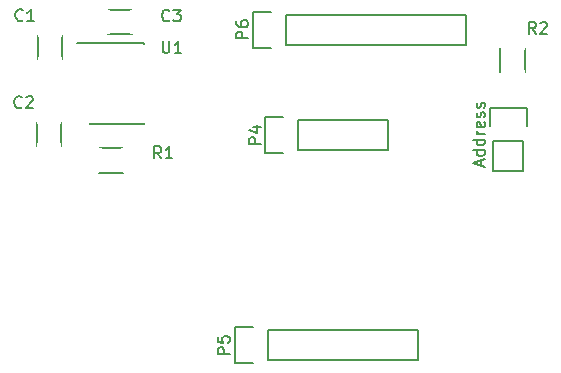
<source format=gto>
G04 #@! TF.FileFunction,Legend,Top*
%FSLAX46Y46*%
G04 Gerber Fmt 4.6, Leading zero omitted, Abs format (unit mm)*
G04 Created by KiCad (PCBNEW 4.0.4-stable) date 10/29/16 17:18:15*
%MOMM*%
%LPD*%
G01*
G04 APERTURE LIST*
%ADD10C,0.100000*%
%ADD11C,0.150000*%
%ADD12R,2.000000X2.400000*%
%ADD13R,2.400000X2.000000*%
%ADD14R,1.750000X1.750000*%
%ADD15C,1.750000*%
%ADD16R,2.432000X2.432000*%
%ADD17O,2.432000X2.432000*%
%ADD18R,2.127200X2.432000*%
%ADD19O,2.127200X2.432000*%
%ADD20R,2.400000X2.100000*%
%ADD21R,2.100000X2.400000*%
%ADD22R,1.400000X0.800000*%
G04 APERTURE END LIST*
D10*
D11*
X49869200Y-46897800D02*
X49869200Y-44897800D01*
X47819200Y-44897800D02*
X47819200Y-46897800D01*
X49775000Y-54250000D02*
X49775000Y-52250000D01*
X47725000Y-52250000D02*
X47725000Y-54250000D01*
X53750000Y-44775000D02*
X55750000Y-44775000D01*
X55750000Y-42725000D02*
X53750000Y-42725000D01*
X88900000Y-53848000D02*
X88900000Y-56388000D01*
X89180000Y-51028000D02*
X89180000Y-52578000D01*
X88900000Y-53848000D02*
X86360000Y-53848000D01*
X86080000Y-52578000D02*
X86080000Y-51028000D01*
X86080000Y-51028000D02*
X89180000Y-51028000D01*
X86360000Y-53848000D02*
X86360000Y-56388000D01*
X86360000Y-56388000D02*
X88900000Y-56388000D01*
X69850000Y-54610000D02*
X77470000Y-54610000D01*
X69850000Y-52070000D02*
X77470000Y-52070000D01*
X67030000Y-51790000D02*
X68580000Y-51790000D01*
X77470000Y-54610000D02*
X77470000Y-52070000D01*
X69850000Y-52070000D02*
X69850000Y-54610000D01*
X68580000Y-54890000D02*
X67030000Y-54890000D01*
X67030000Y-54890000D02*
X67030000Y-51790000D01*
X67310000Y-69850000D02*
X80010000Y-69850000D01*
X80010000Y-69850000D02*
X80010000Y-72390000D01*
X80010000Y-72390000D02*
X67310000Y-72390000D01*
X64490000Y-69570000D02*
X66040000Y-69570000D01*
X67310000Y-69850000D02*
X67310000Y-72390000D01*
X66040000Y-72670000D02*
X64490000Y-72670000D01*
X64490000Y-72670000D02*
X64490000Y-69570000D01*
X68834000Y-43180000D02*
X84074000Y-43180000D01*
X84074000Y-43180000D02*
X84074000Y-45720000D01*
X84074000Y-45720000D02*
X68834000Y-45720000D01*
X66014000Y-42900000D02*
X67564000Y-42900000D01*
X68834000Y-43180000D02*
X68834000Y-45720000D01*
X67564000Y-46000000D02*
X66014000Y-46000000D01*
X66014000Y-46000000D02*
X66014000Y-42900000D01*
X55000000Y-56575000D02*
X53000000Y-56575000D01*
X53000000Y-54425000D02*
X55000000Y-54425000D01*
X89075000Y-46000000D02*
X89075000Y-48000000D01*
X86925000Y-48000000D02*
X86925000Y-46000000D01*
X56825000Y-45550000D02*
X56825000Y-45650000D01*
X56825000Y-52375000D02*
X56825000Y-52350000D01*
X52175000Y-52375000D02*
X52175000Y-52350000D01*
X51100000Y-45550000D02*
X56825000Y-45550000D01*
X52175000Y-52375000D02*
X56825000Y-52375000D01*
X46518534Y-43613343D02*
X46470915Y-43660962D01*
X46328058Y-43708581D01*
X46232820Y-43708581D01*
X46089962Y-43660962D01*
X45994724Y-43565724D01*
X45947105Y-43470486D01*
X45899486Y-43280010D01*
X45899486Y-43137152D01*
X45947105Y-42946676D01*
X45994724Y-42851438D01*
X46089962Y-42756200D01*
X46232820Y-42708581D01*
X46328058Y-42708581D01*
X46470915Y-42756200D01*
X46518534Y-42803819D01*
X47470915Y-43708581D02*
X46899486Y-43708581D01*
X47185200Y-43708581D02*
X47185200Y-42708581D01*
X47089962Y-42851438D01*
X46994724Y-42946676D01*
X46899486Y-42994295D01*
X46416934Y-50979343D02*
X46369315Y-51026962D01*
X46226458Y-51074581D01*
X46131220Y-51074581D01*
X45988362Y-51026962D01*
X45893124Y-50931724D01*
X45845505Y-50836486D01*
X45797886Y-50646010D01*
X45797886Y-50503152D01*
X45845505Y-50312676D01*
X45893124Y-50217438D01*
X45988362Y-50122200D01*
X46131220Y-50074581D01*
X46226458Y-50074581D01*
X46369315Y-50122200D01*
X46416934Y-50169819D01*
X46797886Y-50169819D02*
X46845505Y-50122200D01*
X46940743Y-50074581D01*
X47178839Y-50074581D01*
X47274077Y-50122200D01*
X47321696Y-50169819D01*
X47369315Y-50265057D01*
X47369315Y-50360295D01*
X47321696Y-50503152D01*
X46750267Y-51074581D01*
X47369315Y-51074581D01*
X58939134Y-43638743D02*
X58891515Y-43686362D01*
X58748658Y-43733981D01*
X58653420Y-43733981D01*
X58510562Y-43686362D01*
X58415324Y-43591124D01*
X58367705Y-43495886D01*
X58320086Y-43305410D01*
X58320086Y-43162552D01*
X58367705Y-42972076D01*
X58415324Y-42876838D01*
X58510562Y-42781600D01*
X58653420Y-42733981D01*
X58748658Y-42733981D01*
X58891515Y-42781600D01*
X58939134Y-42829219D01*
X59272467Y-42733981D02*
X59891515Y-42733981D01*
X59558181Y-43114933D01*
X59701039Y-43114933D01*
X59796277Y-43162552D01*
X59843896Y-43210171D01*
X59891515Y-43305410D01*
X59891515Y-43543505D01*
X59843896Y-43638743D01*
X59796277Y-43686362D01*
X59701039Y-43733981D01*
X59415324Y-43733981D01*
X59320086Y-43686362D01*
X59272467Y-43638743D01*
X85332867Y-55979677D02*
X85332867Y-55503486D01*
X85618581Y-56074915D02*
X84618581Y-55741582D01*
X85618581Y-55408248D01*
X85618581Y-54646343D02*
X84618581Y-54646343D01*
X85570962Y-54646343D02*
X85618581Y-54741581D01*
X85618581Y-54932058D01*
X85570962Y-55027296D01*
X85523343Y-55074915D01*
X85428105Y-55122534D01*
X85142390Y-55122534D01*
X85047152Y-55074915D01*
X84999533Y-55027296D01*
X84951914Y-54932058D01*
X84951914Y-54741581D01*
X84999533Y-54646343D01*
X85618581Y-53741581D02*
X84618581Y-53741581D01*
X85570962Y-53741581D02*
X85618581Y-53836819D01*
X85618581Y-54027296D01*
X85570962Y-54122534D01*
X85523343Y-54170153D01*
X85428105Y-54217772D01*
X85142390Y-54217772D01*
X85047152Y-54170153D01*
X84999533Y-54122534D01*
X84951914Y-54027296D01*
X84951914Y-53836819D01*
X84999533Y-53741581D01*
X85618581Y-53265391D02*
X84951914Y-53265391D01*
X85142390Y-53265391D02*
X85047152Y-53217772D01*
X84999533Y-53170153D01*
X84951914Y-53074915D01*
X84951914Y-52979676D01*
X85570962Y-52265390D02*
X85618581Y-52360628D01*
X85618581Y-52551105D01*
X85570962Y-52646343D01*
X85475724Y-52693962D01*
X85094771Y-52693962D01*
X84999533Y-52646343D01*
X84951914Y-52551105D01*
X84951914Y-52360628D01*
X84999533Y-52265390D01*
X85094771Y-52217771D01*
X85190010Y-52217771D01*
X85285248Y-52693962D01*
X85570962Y-51836819D02*
X85618581Y-51741581D01*
X85618581Y-51551105D01*
X85570962Y-51455866D01*
X85475724Y-51408247D01*
X85428105Y-51408247D01*
X85332867Y-51455866D01*
X85285248Y-51551105D01*
X85285248Y-51693962D01*
X85237629Y-51789200D01*
X85142390Y-51836819D01*
X85094771Y-51836819D01*
X84999533Y-51789200D01*
X84951914Y-51693962D01*
X84951914Y-51551105D01*
X84999533Y-51455866D01*
X85570962Y-51027295D02*
X85618581Y-50932057D01*
X85618581Y-50741581D01*
X85570962Y-50646342D01*
X85475724Y-50598723D01*
X85428105Y-50598723D01*
X85332867Y-50646342D01*
X85285248Y-50741581D01*
X85285248Y-50884438D01*
X85237629Y-50979676D01*
X85142390Y-51027295D01*
X85094771Y-51027295D01*
X84999533Y-50979676D01*
X84951914Y-50884438D01*
X84951914Y-50741581D01*
X84999533Y-50646342D01*
X66695581Y-54103495D02*
X65695581Y-54103495D01*
X65695581Y-53722542D01*
X65743200Y-53627304D01*
X65790819Y-53579685D01*
X65886057Y-53532066D01*
X66028914Y-53532066D01*
X66124152Y-53579685D01*
X66171771Y-53627304D01*
X66219390Y-53722542D01*
X66219390Y-54103495D01*
X66028914Y-52674923D02*
X66695581Y-52674923D01*
X65647962Y-52913019D02*
X66362248Y-53151114D01*
X66362248Y-52532066D01*
X64028581Y-71908895D02*
X63028581Y-71908895D01*
X63028581Y-71527942D01*
X63076200Y-71432704D01*
X63123819Y-71385085D01*
X63219057Y-71337466D01*
X63361914Y-71337466D01*
X63457152Y-71385085D01*
X63504771Y-71432704D01*
X63552390Y-71527942D01*
X63552390Y-71908895D01*
X63028581Y-70432704D02*
X63028581Y-70908895D01*
X63504771Y-70956514D01*
X63457152Y-70908895D01*
X63409533Y-70813657D01*
X63409533Y-70575561D01*
X63457152Y-70480323D01*
X63504771Y-70432704D01*
X63600010Y-70385085D01*
X63838105Y-70385085D01*
X63933343Y-70432704D01*
X63980962Y-70480323D01*
X64028581Y-70575561D01*
X64028581Y-70813657D01*
X63980962Y-70908895D01*
X63933343Y-70956514D01*
X65577981Y-45162695D02*
X64577981Y-45162695D01*
X64577981Y-44781742D01*
X64625600Y-44686504D01*
X64673219Y-44638885D01*
X64768457Y-44591266D01*
X64911314Y-44591266D01*
X65006552Y-44638885D01*
X65054171Y-44686504D01*
X65101790Y-44781742D01*
X65101790Y-45162695D01*
X64577981Y-43734123D02*
X64577981Y-43924600D01*
X64625600Y-44019838D01*
X64673219Y-44067457D01*
X64816076Y-44162695D01*
X65006552Y-44210314D01*
X65387505Y-44210314D01*
X65482743Y-44162695D01*
X65530362Y-44115076D01*
X65577981Y-44019838D01*
X65577981Y-43829361D01*
X65530362Y-43734123D01*
X65482743Y-43686504D01*
X65387505Y-43638885D01*
X65149410Y-43638885D01*
X65054171Y-43686504D01*
X65006552Y-43734123D01*
X64958933Y-43829361D01*
X64958933Y-44019838D01*
X65006552Y-44115076D01*
X65054171Y-44162695D01*
X65149410Y-44210314D01*
X58227934Y-55316381D02*
X57894600Y-54840190D01*
X57656505Y-55316381D02*
X57656505Y-54316381D01*
X58037458Y-54316381D01*
X58132696Y-54364000D01*
X58180315Y-54411619D01*
X58227934Y-54506857D01*
X58227934Y-54649714D01*
X58180315Y-54744952D01*
X58132696Y-54792571D01*
X58037458Y-54840190D01*
X57656505Y-54840190D01*
X59180315Y-55316381D02*
X58608886Y-55316381D01*
X58894600Y-55316381D02*
X58894600Y-54316381D01*
X58799362Y-54459238D01*
X58704124Y-54554476D01*
X58608886Y-54602095D01*
X89952534Y-44800781D02*
X89619200Y-44324590D01*
X89381105Y-44800781D02*
X89381105Y-43800781D01*
X89762058Y-43800781D01*
X89857296Y-43848400D01*
X89904915Y-43896019D01*
X89952534Y-43991257D01*
X89952534Y-44134114D01*
X89904915Y-44229352D01*
X89857296Y-44276971D01*
X89762058Y-44324590D01*
X89381105Y-44324590D01*
X90333486Y-43896019D02*
X90381105Y-43848400D01*
X90476343Y-43800781D01*
X90714439Y-43800781D01*
X90809677Y-43848400D01*
X90857296Y-43896019D01*
X90904915Y-43991257D01*
X90904915Y-44086495D01*
X90857296Y-44229352D01*
X90285867Y-44800781D01*
X90904915Y-44800781D01*
X58369295Y-45400981D02*
X58369295Y-46210505D01*
X58416914Y-46305743D01*
X58464533Y-46353362D01*
X58559771Y-46400981D01*
X58750248Y-46400981D01*
X58845486Y-46353362D01*
X58893105Y-46305743D01*
X58940724Y-46210505D01*
X58940724Y-45400981D01*
X59940724Y-46400981D02*
X59369295Y-46400981D01*
X59655009Y-46400981D02*
X59655009Y-45400981D01*
X59559771Y-45543838D01*
X59464533Y-45639076D01*
X59369295Y-45686695D01*
%LPC*%
D12*
X48844200Y-43897800D03*
X48844200Y-47897800D03*
X48750000Y-51250000D03*
X48750000Y-55250000D03*
D13*
X56750000Y-43750000D03*
X52750000Y-43750000D03*
D14*
X88000000Y-67000000D03*
D15*
X86000000Y-67000000D03*
X84000000Y-67000000D03*
X82000000Y-67000000D03*
X80000000Y-67000000D03*
X78000000Y-67000000D03*
X76000000Y-67000000D03*
X74000000Y-67000000D03*
X72000000Y-67000000D03*
X70000000Y-67000000D03*
X68000000Y-67000000D03*
X66000000Y-67000000D03*
X64000000Y-67000000D03*
X62000000Y-67000000D03*
X60000000Y-67000000D03*
X58000000Y-67000000D03*
X56000000Y-67000000D03*
X54000000Y-67000000D03*
X52000000Y-67000000D03*
X50000000Y-67000000D03*
X48000000Y-67000000D03*
X46000000Y-67000000D03*
X44000000Y-67000000D03*
X42000000Y-67000000D03*
X40000000Y-67000000D03*
X88000000Y-65000000D03*
X86000000Y-65000000D03*
X84000000Y-65000000D03*
X82000000Y-65000000D03*
X80000000Y-65000000D03*
X78000000Y-65000000D03*
X76000000Y-65000000D03*
X74000000Y-65000000D03*
X72000000Y-65000000D03*
X70000000Y-65000000D03*
X68000000Y-65000000D03*
X66000000Y-65000000D03*
X64000000Y-65000000D03*
X62000000Y-65000000D03*
X60000000Y-65000000D03*
X58000000Y-65000000D03*
X56000000Y-65000000D03*
X54000000Y-65000000D03*
X52000000Y-65000000D03*
X50000000Y-65000000D03*
X48000000Y-65000000D03*
X46000000Y-65000000D03*
X44000000Y-65000000D03*
X42000000Y-65000000D03*
X40000000Y-65000000D03*
X40000000Y-59000000D03*
X42000000Y-59000000D03*
X44000000Y-59000000D03*
X46000000Y-59000000D03*
X48000000Y-59000000D03*
X50000000Y-59000000D03*
X52000000Y-59000000D03*
X54000000Y-59000000D03*
X56000000Y-59000000D03*
X58000000Y-59000000D03*
X60000000Y-59000000D03*
X62000000Y-59000000D03*
X64000000Y-59000000D03*
X66000000Y-59000000D03*
X68000000Y-59000000D03*
X70000000Y-59000000D03*
X72000000Y-59000000D03*
X74000000Y-59000000D03*
X76000000Y-59000000D03*
X78000000Y-59000000D03*
X80000000Y-59000000D03*
X82000000Y-59000000D03*
X84000000Y-59000000D03*
X86000000Y-59000000D03*
X88000000Y-59000000D03*
D14*
X88000000Y-63000000D03*
D15*
X86000000Y-63000000D03*
X84000000Y-63000000D03*
X82000000Y-63000000D03*
X80000000Y-63000000D03*
X78000000Y-63000000D03*
X76000000Y-63000000D03*
X74000000Y-63000000D03*
X72000000Y-63000000D03*
X70000000Y-63000000D03*
X68000000Y-63000000D03*
X66000000Y-63000000D03*
X64000000Y-63000000D03*
X62000000Y-63000000D03*
X60000000Y-63000000D03*
X58000000Y-63000000D03*
X56000000Y-63000000D03*
X54000000Y-63000000D03*
X52000000Y-63000000D03*
X50000000Y-63000000D03*
X48000000Y-63000000D03*
X46000000Y-63000000D03*
X44000000Y-63000000D03*
X42000000Y-63000000D03*
X40000000Y-63000000D03*
X88000000Y-61000000D03*
X86000000Y-61000000D03*
X84000000Y-61000000D03*
X82000000Y-61000000D03*
X80000000Y-61000000D03*
X78000000Y-61000000D03*
X76000000Y-61000000D03*
X74000000Y-61000000D03*
X72000000Y-61000000D03*
X70000000Y-61000000D03*
X68000000Y-61000000D03*
X66000000Y-61000000D03*
X64000000Y-61000000D03*
X62000000Y-61000000D03*
X60000000Y-61000000D03*
X58000000Y-61000000D03*
X56000000Y-61000000D03*
X54000000Y-61000000D03*
X52000000Y-61000000D03*
X50000000Y-61000000D03*
X48000000Y-61000000D03*
X46000000Y-61000000D03*
X44000000Y-61000000D03*
X42000000Y-61000000D03*
X40000000Y-61000000D03*
D16*
X87630000Y-52578000D03*
D17*
X87630000Y-55118000D03*
D18*
X68580000Y-53340000D03*
D19*
X71120000Y-53340000D03*
X73660000Y-53340000D03*
X76200000Y-53340000D03*
D18*
X66040000Y-71120000D03*
D19*
X68580000Y-71120000D03*
X71120000Y-71120000D03*
X73660000Y-71120000D03*
X76200000Y-71120000D03*
X78740000Y-71120000D03*
D18*
X67564000Y-44450000D03*
D19*
X70104000Y-44450000D03*
X72644000Y-44450000D03*
X75184000Y-44450000D03*
X77724000Y-44450000D03*
X80264000Y-44450000D03*
X82804000Y-44450000D03*
D20*
X52000000Y-55500000D03*
X56000000Y-55500000D03*
D21*
X88000000Y-49000000D03*
X88000000Y-45000000D03*
D22*
X51600000Y-46075000D03*
X51600000Y-46725000D03*
X51600000Y-47375000D03*
X51600000Y-48025000D03*
X51600000Y-48675000D03*
X51600000Y-49325000D03*
X51600000Y-49975000D03*
X51600000Y-50625000D03*
X51600000Y-51275000D03*
X51600000Y-51925000D03*
X57400000Y-51925000D03*
X57400000Y-51275000D03*
X57400000Y-50625000D03*
X57400000Y-49975000D03*
X57400000Y-49325000D03*
X57400000Y-48675000D03*
X57400000Y-48025000D03*
X57400000Y-47375000D03*
X57400000Y-46725000D03*
X57400000Y-46075000D03*
M02*

</source>
